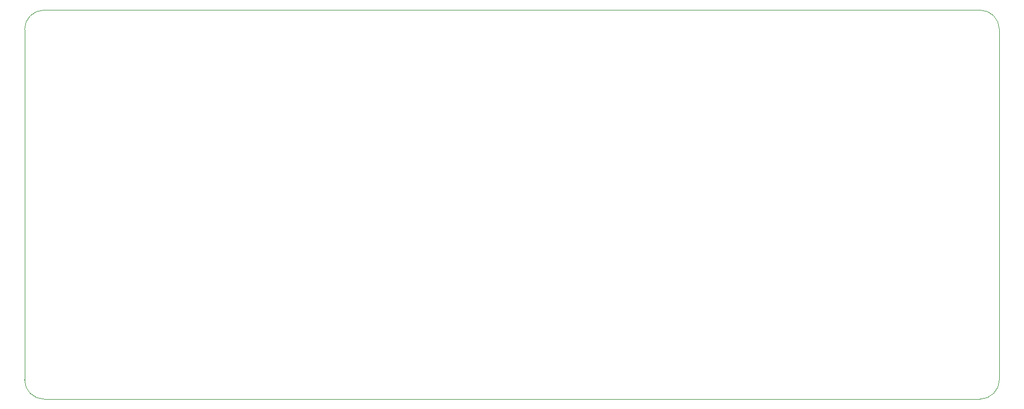
<source format=gbr>
%TF.GenerationSoftware,KiCad,Pcbnew,9.0.2*%
%TF.CreationDate,2025-06-30T23:43:09-04:00*%
%TF.ProjectId,GamePad_Zero,47616d65-5061-4645-9f5a-65726f2e6b69,rev?*%
%TF.SameCoordinates,Original*%
%TF.FileFunction,Profile,NP*%
%FSLAX46Y46*%
G04 Gerber Fmt 4.6, Leading zero omitted, Abs format (unit mm)*
G04 Created by KiCad (PCBNEW 9.0.2) date 2025-06-30 23:43:09*
%MOMM*%
%LPD*%
G01*
G04 APERTURE LIST*
%TA.AperFunction,Profile*%
%ADD10C,0.050000*%
%TD*%
G04 APERTURE END LIST*
D10*
X3391250Y-60206250D02*
G75*
G02*
X391250Y-57206250I0J3000000D01*
G01*
X391250Y-3206250D02*
G75*
G02*
X3391250Y-206250I3000000J0D01*
G01*
X150391250Y-3206250D02*
X150391250Y-57206250D01*
X147391250Y-60206250D02*
X3391250Y-60206250D01*
X150391250Y-57206250D02*
G75*
G02*
X147391250Y-60206250I-3000050J50D01*
G01*
X3391250Y-206250D02*
X147391250Y-206250D01*
X391250Y-57206250D02*
X391250Y-3206250D01*
X147391250Y-206250D02*
G75*
G02*
X150391250Y-3206250I-50J-3000050D01*
G01*
M02*

</source>
